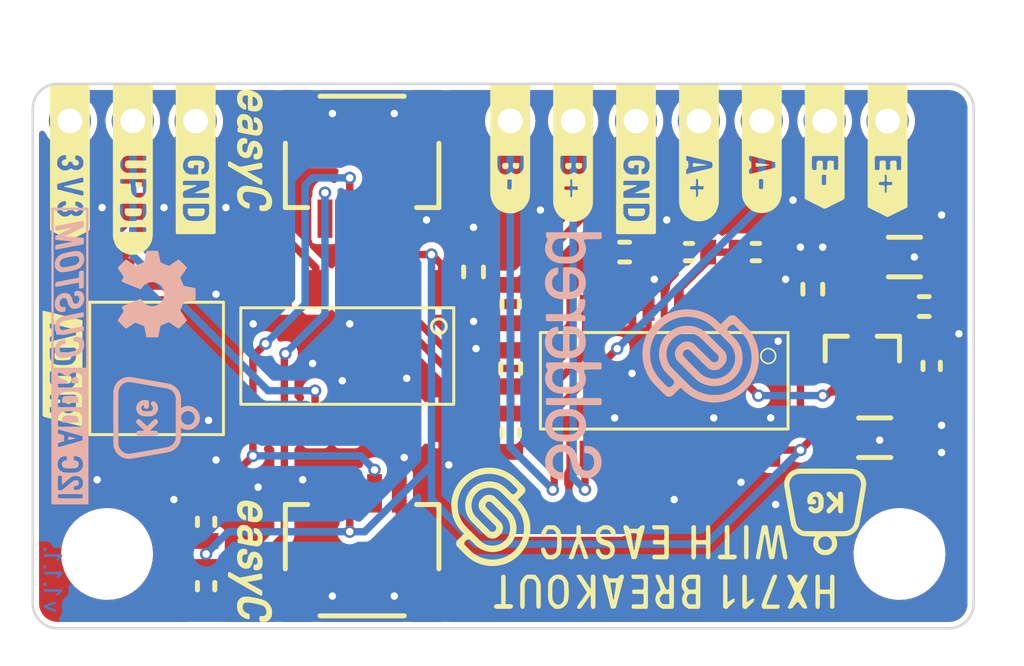
<source format=kicad_pcb>
(kicad_pcb (version 20210623) (generator pcbnew)
  (title_block (title "HX711 breakout easyC") (date "2021-06-30") (rev "V1.1.1.") (company "SOLDERED") (comment 1 "333006"))
  (layers (0 "F.Cu" signal) (31 "B.Cu" signal) (34 "B.Paste" user) (35 "F.Paste" user) (36 "B.SilkS" user "B.Silkscreen") (37 "F.SilkS" user "F.Silkscreen") (38 "B.Mask" user) (39 "F.Mask" user) (44 "Edge.Cuts" user))
  (net 0 "")
  (net 1 "Net-(C1-Pad2)")
  (net 2 "GND")
  (net 3 "Net-(C3-Pad2)")
  (net 4 "Net-(C4-Pad2)")
  (net 5 "Net-(C4-Pad1)")
  (net 6 "3V3")
  (net 7 "Net-(K1-Pad3)")
  (net 8 "Net-(K1-Pad2)")
  (net 9 "Net-(K2-Pad2)")
  (net 10 "Net-(K2-Pad1)")
  (net 11 "SDA")
  (net 12 "SCL")
  (net 13 "UPDI")
  (net 14 "ADD3")
  (net 15 "ADD2")
  (net 16 "ADD1")
  (net 17 "Net-(Q1-Pad1)")
  (net 18 "Net-(R3-Pad1)")
  (net 20 "DOUT")
  (net 21 "SCK")
  (net 26 "Net-(Q1-Pad3)")
  (footprint "e-radionica.com footprinti:SOIC-14" (layer "F.Cu") (at 92.7 139 -90)
    (fp_text reference "U2")
    (fp_text value "ATTINY404-SSNR")
    (pad "1" smd rect locked (at -2.7 -3.81 270) (size 1.55 0.6) (layers "F.Cu" "F.Paste" "F.Mask") (net 6 "3V3"))
    (pad "2" smd rect locked (at -2.7 -2.54 270) (size 1.55 0.6) (layers "F.Cu" "F.Paste" "F.Mask") (net 21 "SCK"))
    (pad "3" smd rect locked (at -2.7 -1.27 270) (size 1.55 0.6) (layers "F.Cu" "F.Paste" "F.Mask") (net 20 "DOUT"))
    (pad "4" smd rect locked (at -2.7 0 270) (size 1.55 0.6) (layers "F.Cu" "F.Paste" "F.Mask"))
    (pad "5" smd rect locked (at -2.7 1.27 270) (size 1.55 0.6) (layers "F.Cu" "F.Paste" "F.Mask") (net 14 "ADD3"))
    (pad "6" smd rect locked (at -2.7 2.54 270) (size 1.55 0.6) (layers "F.Cu" "F.Paste" "F.Mask") (net 15 "ADD2"))
    (pad "7" smd rect locked (at -2.7 3.81 270) (size 1.55 0.6) (layers "F.Cu" "F.Paste" "F.Mask") (net 16 "ADD1"))
    (pad "8" smd rect locked (at 2.7 3.81 270) (size 1.55 0.6) (layers "F.Cu" "F.Paste" "F.Mask") (net 11 "SDA"))
    (pad "9" smd rect locked (at 2.7 2.54 270) (size 1.55 0.6) (layers "F.Cu" "F.Paste" "F.Mask") (net 12 "SCL"))
    (pad "10" smd rect locked (at 2.7 1.27 270) (size 1.55 0.6) (layers "F.Cu" "F.Paste" "F.Mask") (net 13 "UPDI"))
    (pad "11" smd rect locked (at 2.7 0 270) (size 1.55 0.6) (layers "F.Cu" "F.Paste" "F.Mask"))
    (pad "12" smd rect locked (at 2.7 -1.27 270) (size 1.55 0.6) (layers "F.Cu" "F.Paste" "F.Mask"))
    (pad "13" smd rect locked (at 2.7 -2.54 270) (size 1.55 0.6) (layers "F.Cu" "F.Paste" "F.Mask"))
    (pad "14" smd rect locked (at 2.7 -3.81 270) (size 1.55 0.6) (layers "F.Cu" "F.Paste" "F.Mask") (net 2 "GND"))
  )
  (footprint "buzzardLabel" (layer "F.Cu") (at 84.04 127.6 -90)
    (fp_text reference "" (at 0 0 90) (layer "F.SilkS") (effects (font (size 1.27 1.27))))
    (fp_text value "" (at 0 0 90) (layer "F.SilkS") (effects (font (size 1.27 1.27))))
  )
  (footprint "buzzardLabel" (layer "F.Cu") (at 106.9 127.6 -90)
    (fp_text reference "" (at 0 0 90) (layer "F.SilkS") (effects (font (size 1.27 1.27))))
    (fp_text value "" (at 0 0 90) (layer "F.SilkS") (effects (font (size 1.27 1.27))))
  )
  (footprint "e-radionica.com footprinti:0603R" (layer "F.Cu") (at 99.3 136.9 90)
    (fp_text reference "R2")
    (fp_text value "100R")
    (pad "1" smd rect locked (at -0.775 0 180) (size 1 0.64) (layers "F.Cu" "F.Paste" "F.Mask") (net 5 "Net-(C4-Pad1)"))
    (pad "2" smd rect locked (at 0.775 0 180) (size 1 0.64) (layers "F.Cu" "F.Paste" "F.Mask") (net 8 "Net-(K1-Pad2)"))
  )
  (footprint "buzzardLabel" (layer "F.Cu") (at 109.44 127.6 -90)
    (fp_text reference "" (at 0 0 90) (layer "F.SilkS") (effects (font (size 1.27 1.27))))
    (fp_text value "" (at 0 0 90) (layer "F.SilkS") (effects (font (size 1.27 1.27))))
  )
  (footprint "Soldered Graphics:Logo-Back-OSH-3.5mm" (layer "F.Cu") (at 85 136.5 -90)
    (fp_text reference "G***" hide)
    (fp_text value "LOGO" hide)
  )
  (footprint "buzzardLabel" (layer "F.Cu") (at 101.82 127.6 -90)
    (fp_text reference "" (at 0 0 90) (layer "F.SilkS") (effects (font (size 1.27 1.27))))
    (fp_text value "" (at 0 0 90) (layer "F.SilkS") (effects (font (size 1.27 1.27))))
  )
  (footprint "Soldered Graphics:Logo-Back-SolderedVERTICAL-10mm" (layer "F.Cu") (at 105 139 -90)
    (fp_text reference "G***" hide)
    (fp_text value "LOGO" hide)
  )
  (footprint "e-radionica.com footprinti:1206C" (layer "F.Cu") (at 115.2 135 180)
    (fp_text reference "C2")
    (fp_text value "10uF")
    (pad "1" smd rect locked (at -1.525 0 270) (size 1.75 1) (layers "F.Cu" "F.Paste" "F.Mask") (net 2 "GND"))
    (pad "2" smd rect locked (at 1.525 0 270) (size 1.75 1) (layers "F.Cu" "F.Paste" "F.Mask") (net 1 "Net-(C1-Pad2)"))
  )
  (footprint "e-radionica.com footprinti:HOLE_3.2mm" (layer "F.Cu") (at 115 147 -90)
    (fp_text reference "H1" hide)
    (fp_text value "HOLE_3.2mm" hide)
    (pad "" np_thru_hole circle locked (at 0 0 270) (size 3.2 3.2) (drill 3.2) (layers F&B.Cu *.Mask))
  )
  (footprint "e-radionica.com footprinti:0603R" (layer "F.Cu") (at 87 148.3 90)
    (fp_text reference "R6")
    (fp_text value "10k")
    (pad "1" smd rect locked (at -0.775 0 180) (size 1 0.64) (layers "F.Cu" "F.Paste" "F.Mask") (net 12 "SCL"))
    (pad "2" smd rect locked (at 0.775 0 180) (size 1 0.64) (layers "F.Cu" "F.Paste" "F.Mask") (net 6 "3V3"))
  )
  (footprint "e-radionica.com footprinti:1206C" (layer "F.Cu") (at 114 142.3 180)
    (fp_text reference "C6")
    (fp_text value "10uF")
    (pad "1" smd rect locked (at -1.525 0 270) (size 1.75 1) (layers "F.Cu" "F.Paste" "F.Mask") (net 2 "GND"))
    (pad "2" smd rect locked (at 1.525 0 270) (size 1.75 1) (layers "F.Cu" "F.Paste" "F.Mask") (net 6 "3V3"))
  )
  (footprint "e-radionica.com footprinti:easyC-connector" (layer "F.Cu") (at 93.3 131.3)
    (fp_text reference "K5")
    (fp_text value "easyC-SMD")
    (pad "1" smd rect locked (at -1.5 2.15) (size 0.6 1.55) (layers "F.Cu" "F.Paste" "F.Mask") (net 12 "SCL"))
    (pad "2" smd rect locked (at -0.5 2.15) (size 0.6 1.55) (layers "F.Cu" "F.Paste" "F.Mask") (net 11 "SDA"))
    (pad "3" smd rect locked (at 0.5 2.15) (size 0.6 1.55) (layers "F.Cu" "F.Paste" "F.Mask") (net 6 "3V3"))
    (pad "4" smd rect locked (at 1.5 2.15) (size 0.6 1.55) (layers "F.Cu" "F.Paste" "F.Mask") (net 2 "GND"))
    (pad "5" smd rect locked (at 2.6 -2.15) (size 1.2 1.8) (layers "F.Cu" "F.Paste" "F.Mask") (net 2 "GND"))
    (pad "5" smd rect locked (at -2.6 -2.15) (size 1.2 1.8) (layers "F.Cu" "F.Paste" "F.Mask") (net 2 "GND"))
  )
  (footprint "buzzardLabel" (layer "F.Cu") (at 86.58 127.6 -90)
    (fp_text reference "" (at 0 0 90) (layer "F.SilkS") (effects (font (size 1.27 1.27))))
    (fp_text value "" (at 0 0 90) (layer "F.SilkS") (effects (font (size 1.27 1.27))))
  )
  (footprint "e-radionica.com footprinti:0603R" (layer "F.Cu") (at 87 145.7 -90)
    (fp_text reference "R5")
    (fp_text value "10k")
    (pad "1" smd rect locked (at -0.775 0) (size 1 0.64) (layers "F.Cu" "F.Paste" "F.Mask") (net 11 "SDA"))
    (pad "2" smd rect locked (at 0.775 0) (size 1 0.64) (layers "F.Cu" "F.Paste" "F.Mask") (net 6 "3V3"))
  )
  (footprint "e-radionica.com footprinti:SOT-23-3" (layer "F.Cu") (at 113.5 138.9 90)
    (fp_text reference "Q1")
    (fp_text value "MMBT4403")
    (pad "1" smd rect locked (at -1.2 -0.95 180) (size 0.6 1) (layers "F.Cu" "F.Paste" "F.Mask") (net 17 "Net-(Q1-Pad1)"))
    (pad "2" smd rect locked (at -1.2 0.95 180) (size 0.6 1) (layers "F.Cu" "F.Paste" "F.Mask") (net 6 "3V3"))
    (pad "3" smd rect locked (at 1.2 0 180) (size 0.6 1) (layers "F.Cu" "F.Paste" "F.Mask") (net 26 "Net-(Q1-Pad3)"))
  )
  (footprint "e-radionica.com footprinti:0603R" (layer "F.Cu") (at 109.2 134.8)
    (fp_text reference "R3")
    (fp_text value "20k")
    (pad "1" smd rect locked (at -0.775 0 90) (size 1 0.64) (layers "F.Cu" "F.Paste" "F.Mask") (net 18 "Net-(R3-Pad1)"))
    (pad "2" smd rect locked (at 0.775 0 90) (size 1 0.64) (layers "F.Cu" "F.Paste" "F.Mask") (net 26 "Net-(Q1-Pad3)"))
  )
  (footprint "e-radionica.com footprinti:0603C" (layer "F.Cu") (at 111.5 136.3 -90)
    (fp_text reference "C5")
    (fp_text value "100nF")
    (pad "1" smd rect locked (at -0.73 0 270) (size 0.66 1) (layers "F.Cu" "F.Paste" "F.Mask") (net 2 "GND"))
    (pad "2" smd rect locked (at 0.73 0 270) (size 0.66 1) (layers "F.Cu" "F.Paste" "F.Mask") (net 6 "3V3"))
  )
  (footprint "Soldered Graphics:Logo-Front-easyC-5mm" (layer "F.Cu") (at 88.8 147.3 -90)
    (fp_text reference "G***" hide)
    (fp_text value "LOGO" hide)
  )
  (footprint "e-radionica.com footprinti:0603C" (layer "F.Cu") (at 99.3 139.5 -90)
    (fp_text reference "C4")
    (fp_text value "100nF")
    (pad "1" smd rect locked (at -0.73 0 270) (size 0.66 1) (layers "F.Cu" "F.Paste" "F.Mask") (net 5 "Net-(C4-Pad1)"))
    (pad "2" smd rect locked (at 0.73 0 270) (size 0.66 1) (layers "F.Cu" "F.Paste" "F.Mask") (net 4 "Net-(C4-Pad2)"))
  )
  (footprint "e-radionica.com footprinti:HOLE_3.2mm" (layer "F.Cu") (at 83 147 -90)
    (fp_text reference "H2" hide)
    (fp_text value "HOLE_3.2mm" hide)
    (pad "" np_thru_hole circle locked (at 0 0 270) (size 3.2 3.2) (drill 3.2) (layers F&B.Cu *.Mask))
  )
  (footprint "buzzardLabel" (layer "F.Cu") (at 81.2 139.5 -90)
    (fp_text reference "" (at 0 0 90) (layer "F.SilkS") (effects (font (size 1.27 1.27))))
    (fp_text value "" (at 0 0 90) (layer "F.SilkS") (effects (font (size 1.27 1.27))))
  )
  (footprint "e-radionica.com footprinti:HEADER-UPDI" (layer "F.Cu") (at 84.04 129.5)
    (fp_text reference "K4")
    (fp_text value "HEADER-UPDI")
    (pad "1" thru_hole circle locked (at -2.54 0) (size 1.7 1.7) (drill 1) (layers *.Cu *.Mask) (net 6 "3V3"))
    (pad "2" thru_hole circle locked (at 0 0) (size 1.7 1.7) (drill 1) (layers *.Cu *.Mask) (net 13 "UPDI"))
    (pad "3" thru_hole circle locked (at 2.54 0) (size 1.7 1.7) (drill 1) (layers *.Cu *.Mask) (net 2 "GND"))
  )
  (footprint "e-radionica.com footprinti:DSHP03TS-S" (layer "F.Cu") (at 85 139.5 -90)
    (fp_text reference "K6")
    (fp_text value "DSHP03TS-S")
    (pad "1" smd rect locked (at -3.81 -1.27) (size 0.76 1.27) (layers "F.Cu" "F.Paste" "F.Mask") (net 16 "ADD1"))
    (pad "2" smd rect locked (at 3.81 -1.27) (size 0.76 1.27) (layers "F.Cu" "F.Paste" "F.Mask") (net 2 "GND"))
    (pad "3" smd rect locked (at -3.81 0) (size 0.76 1.27) (layers "F.Cu" "F.Paste" "F.Mask") (net 15 "ADD2"))
    (pad "4" smd rect locked (at 3.81 0) (size 0.76 1.27) (layers "F.Cu" "F.Paste" "F.Mask") (net 2 "GND"))
    (pad "5" smd rect locked (at -3.81 1.27) (size 0.76 1.27) (layers "F.Cu" "F.Paste" "F.Mask") (net 14 "ADD3"))
    (pad "6" smd rect locked (at 3.81 1.27) (size 0.76 1.27) (layers "F.Cu" "F.Paste" "F.Mask") (net 2 "GND"))
  )
  (footprint "e-radionica.com footprinti:0603C" (layer "F.Cu") (at 103.9 134.8 180)
    (fp_text reference "C3")
    (fp_text value "100nF")
    (pad "1" smd rect locked (at -0.73 0 180) (size 0.66 1) (layers "F.Cu" "F.Paste" "F.Mask") (net 2 "GND"))
    (pad "2" smd rect locked (at 0.73 0 180) (size 0.66 1) (layers "F.Cu" "F.Paste" "F.Mask") (net 3 "Net-(C3-Pad2)"))
  )
  (footprint "buzzardLabel" (layer "F.Cu") (at 114.52 127.6 -90)
    (fp_text reference "" (at 0 0 90) (layer "F.SilkS") (effects (font (size 1.27 1.27))))
    (fp_text value "" (at 0 0 90) (layer "F.SilkS") (effects (font (size 1.27 1.27))))
  )
  (footprint "buzzardLabel" (layer "F.Cu") (at 104.36 127.6 -90)
    (fp_text reference "" (at 0 0 90) (layer "F.SilkS") (effects (font (size 1.27 1.27))))
    (fp_text value "" (at 0 0 90) (layer "F.SilkS") (effects (font (size 1.27 1.27))))
  )
  (footprint "e-radionica.com footprinti:SOP-16" (layer "F.Cu") (at 105.5 140 -90)
    (fp_text reference "U1")
    (fp_text value "HX711")
    (pad "1" smd rect locked (at -2.95 -4.445 270) (size 1.05 0.48) (layers "F.Cu" "F.Paste" "F.Mask") (net 6 "3V3"))
    (pad "2" smd rect locked (at -2.95 -3.175 270) (size 1.05 0.48) (layers "F.Cu" "F.Paste" "F.Mask") (net 17 "Net-(Q1-Pad1)"))
    (pad "3" smd rect locked (at -2.95 -1.905 270) (size 1.05 0.48) (layers "F.Cu" "F.Paste" "F.Mask") (net 26 "Net-(Q1-Pad3)"))
    (pad "4" smd rect locked (at -2.95 -0.635 270) (size 1.05 0.48) (layers "F.Cu" "F.Paste" "F.Mask") (net 18 "Net-(R3-Pad1)"))
    (pad "5" smd rect locked (at -2.95 0.635 270) (size 1.05 0.48) (layers "F.Cu" "F.Paste" "F.Mask") (net 2 "GND"))
    (pad "6" smd rect locked (at -2.95 1.905 270) (size 1.05 0.48) (layers "F.Cu" "F.Paste" "F.Mask") (net 3 "Net-(C3-Pad2)"))
    (pad "7" smd rect locked (at -2.95 3.175 270) (size 1.05 0.48) (layers "F.Cu" "F.Paste" "F.Mask") (net 4 "Net-(C4-Pad2)"))
    (pad "8" smd rect locked (at -2.95 4.445 270) (size 1.05 0.48) (layers "F.Cu" "F.Paste" "F.Mask") (net 5 "Net-(C4-Pad1)"))
    (pad "9" smd rect locked (at 2.95 4.445 270) (size 1.05 0.48) (layers "F.Cu" "F.Paste" "F.Mask") (net 10 "Net-(K2-Pad1)"))
    (pad "10" smd rect locked (at 2.95 3.175 270) (size 1.05 0.48) (layers "F.Cu" "F.Paste" "F.Mask") (net 9 "Net-(K2-Pad2)"))
    (pad "11" smd rect locked (at 2.95 1.905 270) (size 1.05 0.48) (layers "F.Cu" "F.Paste" "F.Mask") (net 21 "SCK"))
    (pad "12" smd rect locked (at 2.95 0.635 270) (size 1.05 0.48) (layers "F.Cu" "F.Paste" "F.Mask") (net 20 "DOUT"))
    (pad "13" smd rect locked (at 2.95 -0.635 270) (size 1.05 0.48) (layers "F.Cu" "F.Paste" "F.Mask"))
    (pad "14" smd rect locked (at 2.95 -1.905 270) (size 1.05 0.48) (layers "F.Cu" "F.Paste" "F.Mask") (net 2 "GND"))
    (pad "15" smd rect locked (at 2.95 -3.175 270) (size 1.05 0.48) (layers "F.Cu" "F.Paste" "F.Mask") (net 2 "GND"))
    (pad "16" smd rect locked (at 2.95 -4.445 270) (size 1.05 0.48) (layers "F.Cu" "F.Paste" "F.Mask") (net 6 "3V3"))
  )
  (footprint "buzzardLabel" (layer "F.Cu") (at 105.5 146.5 180)
    (fp_text reference "" (at 0 0) (layer "F.SilkS") (effects (font (size 1.27 1.27))))
    (fp_text value "" (at 0 0) (layer "F.SilkS") (effects (font (size 1.27 1.27))))
  )
  (footprint "e-radionica.com footprinti:0603C" (layer "F.Cu") (at 116 137 180)
    (fp_text reference "C1")
    (fp_text value "100nF")
    (pad "1" smd rect locked (at -0.73 0 180) (size 0.66 1) (layers "F.Cu" "F.Paste" "F.Mask") (net 2 "GND"))
    (pad "2" smd rect locked (at 0.73 0 180) (size 0.66 1) (layers "F.Cu" "F.Paste" "F.Mask") (net 1 "Net-(C1-Pad2)"))
  )
  (footprint "e-radionica.com footprinti:FIDUCIAL_23" (layer "F.Cu") (at 84 139 -90)
    (fp_text reference "FD1")
    (fp_text value "FIDUCIAL")
    (fp_circle (center 0 0) (end 1 0) (layer "F.Cu") (width 0.2) (fill none))
    (pad "1" smd circle (at 0 0 270) (size 1 1) (layers "F.Cu" "F.Paste" "F.Mask") (clearance 1.1))
  )
  (footprint "e-radionica.com footprinti:0603C" (layer "F.Cu") (at 97.8 135.6 90)
    (fp_text reference "C7")
    (fp_text value "0.1uF")
    (pad "1" smd rect locked (at -0.73 0 90) (size 0.66 1) (layers "F.Cu" "F.Paste" "F.Mask") (net 6 "3V3"))
    (pad "2" smd rect locked (at 0.73 0 90) (size 0.66 1) (layers "F.Cu" "F.Paste" "F.Mask") (net 2 "GND"))
  )
  (footprint "Soldered Graphics:Logo-Front-easyC-5mm" (layer "F.Cu") (at 88.8 130.7 -90)
    (fp_text reference "G***" hide)
    (fp_text value "LOGO" hide)
  )
  (footprint "Soldered Graphics:Symbol-Front-Scale" (layer "F.Cu") (at 112 145.3 180)
    (fp_text reference "G***" hide)
    (fp_text value "LOGO" hide)
  )
  (footprint "buzzardLabel" (layer "F.Cu") (at 81.5 127.6 -90)
    (fp_text reference "" (at 0 0 90) (layer "F.SilkS") (effects (font (size 1.27 1.27))))
    (fp_text value "" (at 0 0 90) (layer "F.SilkS") (effects (font (size 1.27 1.27))))
  )
  (footprint "e-radionica.com footprinti:easyC-connector" (layer "F.Cu") (at 93.3 146.7 180)
    (fp_text reference "K3")
    (fp_text value "easyC-SMD")
    (pad "1" smd rect locked (at -1.5 2.15 180) (size 0.6 1.55) (layers "F.Cu" "F.Paste" "F.Mask") (net 12 "SCL"))
    (pad "2" smd rect locked (at -0.5 2.15 180) (size 0.6 1.55) (layers "F.Cu" "F.Paste" "F.Mask") (net 11 "SDA"))
    (pad "3" smd rect locked (at 0.5 2.15 180) (size 0.6 1.55) (layers "F.Cu" "F.Paste" "F.Mask") (net 6 "3V3"))
    (pad "4" smd rect locked (at 1.5 2.15 180) (size 0.6 1.55) (layers "F.Cu" "F.Paste" "F.Mask") (net 2 "GND"))
    (pad "5" smd rect locked (at -2.6 -2.15 180) (size 1.2 1.8) (layers "F.Cu" "F.Paste" "F.Mask") (net 2 "GND"))
    (pad "5" smd rect locked (at 2.6 -2.15 180) (size 1.2 1.8) (layers "F.Cu" "F.Paste" "F.Mask") (net 2 "GND"))
  )
  (footprint "Soldered Graphics:Logo-Front-Soldered-4mm" (layer "F.Cu") (at 98.5 145.5)
    (fp_text reference "G***" hide)
    (fp_text value "LOGO" hide)
  )
  (footprint "buzzardLabel" (layer "F.Cu") (at 99.28 127.6 -90)
    (fp_text reference "" (at 0 0 90) (layer "F.SilkS") (effects (font (size 1.27 1.27))))
    (fp_text value "" (at 0 0 90) (layer "F.SilkS") (effects (font (size 1.27 1.27))))
  )
  (footprint "e-radionica.com footprinti:0603R" (layer "F.Cu") (at 99.3 142.1 -90)
    (fp_text reference "R1")
    (fp_text value "100R")
    (pad "1" smd rect locked (at -0.775 0) (size 1 0.64) (layers "F.Cu" "F.Paste" "F.Mask") (net 4 "Net-(C4-Pad2)"))
    (pad "2" smd rect locked (at 0.775 0) (size 1 0.64) (layers "F.Cu" "F.Paste" "F.Mask") (net 7 "Net-(K1-Pad3)"))
  )
  (footprint "e-radionica.com footprinti:0603R" (layer "F.Cu") (at 116.3 139.4 90)
    (fp_text reference "R7")
    (fp_text value "10R")
    (pad "1" smd rect locked (at -0.775 0 180) (size 1 0.64) (layers "F.Cu" "F.Paste" "F.Mask") (net 26 "Net-(Q1-Pad3)"))
    (pad "2" smd rect locked (at 0.775 0 180) (size 1 0.64) (layers "F.Cu" "F.Paste" "F.Mask") (net 1 "Net-(C1-Pad2)"))
  )
  (footprint "buzzardLabel" (layer "F.Cu") (at 111.98 127.6 -90)
    (fp_text reference "" (at 0 0 90) (layer "F.SilkS") (effects (font (size 1.27 1.27))))
    (fp_text value "" (at 0 0 90) (layer "F.SilkS") (effects (font (size 1.27 1.27))))
  )
  (footprint "buzzardLabel" (layer "F.Cu") (at 105.5 148.5 180)
    (fp_text reference "" (at 0 0) (layer "F.SilkS") (effects (font (size 1.27 1.27))))
    (fp_text value "" (at 0 0) (layer "F.SilkS") (effects (font (size 1.27 1.27))))
  )
  (footprint "e-radionica.com footprinti:0603R" (layer "F.Cu") (at 106.5 134.8)
    (fp_text reference "R4")
    (fp_text value "8.2k")
    (pad "1" smd rect locked (at -0.775 0 90) (size 1 0.64) (layers "F.Cu" "F.Paste" "F.Mask") (net 2 "GND"))
    (pad "2" smd rect locked (at 0.775 0 90) (size 1 0.64) (layers "F.Cu" "F.Paste" "F.Mask") (net 18 "Net-(R3-Pad1)"))
  )
  (footprint "e-radionica.com footprinti:HEADER_MALE_5X1" (layer "B.Cu") (at 109.44 129.5)
    (fp_text reference "K1")
    (fp_text value "HEADER_MALE_5X1")
    (pad "1" thru_hole circle locked (at -5.08 0) (size 1.7 1.7) (drill 1) (layers *.Cu *.Mask) (net 2 "GND"))
    (pad "2" thru_hole circle locked (at -2.54 0) (size 1.7 1.7) (drill 1) (layers *.Cu *.Mask) (net 8 "Net-(K1-Pad2)"))
    (pad "3" thru_hole circle locked (at 0 0) (size 1.7 1.7) (drill 1) (layers *.Cu *.Mask) (net 7 "Net-(K1-Pad3)"))
    (pad "4" thru_hole circle locked (at 2.54 0) (size 1.7 1.7) (drill 1) (layers *.Cu *.Mask) (net 2 "GND"))
    (pad "5" thru_hole circle locked (at 5.08 0) (size 1.7 1.7) (drill 1) (layers *.Cu *.Mask) (net 1 "Net-(C1-Pad2)"))
  )
  (footprint "e-radionica.com footprinti:HEADER_MALE_2X1" (layer "B.Cu") (at 100.55 129.5)
    (fp_text reference "K2")
    (fp_text value "HEADER_MALE_2X1")
    (pad "1" thru_hole circle locked (at -1.27 0) (size 1.524 1.524) (drill 1) (layers *.Cu *.Mask) (net 10 "Net-(K2-Pad1)"))
    (pad "2" thru_hole circle locked (at 1.27 0) (size 1.524 1.524) (drill 1) (layers *.Cu *.Mask) (net 9 "Net-(K2-Pad2)"))
  )
  (footprint "Soldered Graphics:Symbol-Front_I2C_ADDR_CUSTOM" (layer "B.Cu") (at 81.5 139 90)
    (fp_text reference "REF**" hide)
    (fp_text value "Symbol-Front_I2C_ADDR_CUSTOM" hide)
  )
  (footprint "Soldered Graphics:Version1.1.1." (layer "B.Cu") (at 80.8 148 90)
    (fp_text reference "REF**" hide)
    (fp_text value "Version1.1.1." hide)
    (fp_poly (pts (xy 0.21 -0.35) (xy 0.26 -0.35) (xy 0.28 -0.31) (xy 0.28 0.35) (xy 0.24 0.38) (xy 0.19 0.38) (xy 0.15 0.34) (xy 0.04 0.22) (xy 0.02 0.17) (xy 0.05 0.16) (xy 0.14 0.22) (xy 0.18 0.23) (xy 0.18 -0.31) (xy 0.21 -0.35)) (layer "B.Cu") (width 0.01) (fill solid))
    (fp_poly (pts (xy 1.14 -0.38) (xy 1.19 -0.38) (xy 1.24 -0.37) (xy 1.25 -0.33) (xy 1.25 -0.27) (xy 1.2 -0.26) (xy 1.15 -0.26) (xy 1.12 -0.29) (xy 1.12 -0.34) (xy 1.14 -0.38)) (layer "B.Cu") (width 0.01) (fill solid))
    (fp_poly (pts (xy 0.91 -0.35) (xy 0.96 -0.35) (xy 0.98 -0.31) (xy 0.98 0.35) (xy 0.95 0.38) (xy 0.89 0.38) (xy 0.86 0.34) (xy 0.74 0.22) (xy 0.73 0.17) (xy 0.76 0.16) (xy 0.85 0.22) (xy 0.89 0.23) (xy 0.89 -0.31) (xy 0.91 -0.35)) (layer "B.Cu") (width 0.01) (fill solid))
    (fp_poly (pts (xy -0.5 -0.35) (xy -0.44 -0.35) (xy -0.43 -0.31) (xy -0.43 0.35) (xy -0.46 0.38) (xy -0.52 0.38) (xy -0.55 0.34) (xy -0.67 0.22) (xy -0.68 0.17) (xy -0.65 0.16) (xy -0.56 0.22) (xy -0.52 0.23) (xy -0.52 -0.31) (xy -0.5 -0.35)) (layer "B.Cu") (width 0.01) (fill solid))
    (fp_poly (pts (xy -1.15 -0.35) (xy -1.1 -0.35) (xy -1.07 -0.31) (xy -0.92 0.1) (xy -0.94 0.13) (xy -0.99 0.13) (xy -1.02 0.1) (xy -1.11 -0.16) (xy -1.13 -0.21) (xy -1.15 -0.17) (xy -1.24 0.09) (xy -1.26 0.13) (xy -1.32 0.13) (xy -1.34 0.1) (xy -1.18 -0.31) (xy -1.15 -0.35)) (layer "B.Cu") (width 0.01) (fill solid))
    (fp_poly (pts (xy -0.27 -0.38) (xy -0.22 -0.38) (xy -0.17 -0.37) (xy -0.16 -0.33) (xy -0.16 -0.27) (xy -0.21 -0.26) (xy -0.26 -0.26) (xy -0.29 -0.29) (xy -0.29 -0.34) (xy -0.27 -0.38)) (layer "B.Cu") (width 0.01) (fill solid))
    (fp_poly (pts (xy 0.43 -0.38) (xy 0.48 -0.38) (xy 0.54 -0.37) (xy 0.54 -0.33) (xy 0.54 -0.27) (xy 0.5 -0.26) (xy 0.45 -0.26) (xy 0.42 -0.29) (xy 0.42 -0.34) (xy 0.43 -0.38)) (layer "B.Cu") (width 0.01) (fill solid))
  )
  (footprint "Soldered Graphics:Symbol-Front-Scale" (layer "B.Cu") (at 85 141.5 90)
    (fp_text reference "G***" hide)
    (fp_text value "LOGO" hide)
  )
  (gr_arc (start 117 129) (end 118 129) (angle -90) (layer "Edge.Cuts") (width 0.1))
  (gr_line (start 118 149) (end 118 129) (layer "Edge.Cuts") (width 0.1))
  (gr_line (start 81 150) (end 117 150) (layer "Edge.Cuts") (width 0.1))
  (gr_line (start 80 129) (end 80 149) (layer "Edge.Cuts") (width 0.1))
  (gr_line (start 117 128) (end 81 128) (layer "Edge.Cuts") (width 0.1))
  (gr_arc (start 81 149) (end 80 149) (angle -90) (layer "Edge.Cuts") (width 0.1))
  (gr_arc (start 117 149) (end 117 150) (angle -90) (layer "Edge.Cuts") (width 0.1))
  (gr_arc (start 81 129) (end 80 129) (angle 90) (layer "Edge.Cuts") (width 0.1))
  (segment (start 115.27 137.77) (end 115.27 137) (width 0.3) (layer "F.Cu") (net 1))
  (segment (start 113.675 134.95) (end 113.675 135.675) (width 0.3) (layer "F.Cu") (net 1))
  (segment (start 115 137) (end 115.27 137) (width 0.3) (layer "F.Cu") (net 1))
  (segment (start 113.675 135.675) (end 115 137) (width 0.3) (layer "F.Cu") (net 1))
  (segment (start 114.52 129.5) (end 114.52 132.58) (width 0.3) (layer "F.Cu") (net 1))
  (segment (start 113.7 133.4) (end 113.7 134.925) (width 0.3) (layer "F.Cu") (net 1))
  (segment (start 116.19 138.69) (end 115.27 137.77) (width 0.3) (layer "F.Cu") (net 1))
  (segment (start 114.52 132.58) (end 113.7 133.4) (width 0.3) (layer "F.Cu") (net 1))
  (segment (start 113.7 134.925) (end 113.675 134.95) (width 0.3) (layer "F.Cu") (net 1))
  (segment (start 116.3 138.69) (end 116.19 138.69) (width 0.3) (layer "F.Cu") (net 1))
  (via (at 82.8 133) (size 0.5) (drill 0.3) (layers "F.Cu" "B.Cu") (net 2))
  (via (at 104.2 139.7) (size 0.5) (drill 0.3) (layers "F.Cu" "B.Cu") (net 2))
  (via (at 117.4 138.1) (size 0.5) (drill 0.3) (layers "F.Cu" "B.Cu") (net 2))
  (via (at 94.6 148.7) (size 0.5) (drill 0.3) (layers "F.Cu" "B.Cu") (net 2))
  (via (at 88.9 137.7) (size 0.5) (drill 0.3) (layers "F.Cu" "B.Cu") (net 2))
  (via (at 87.4 143.2) (size 0.5) (drill 0.3) (layers "F.Cu" "B.Cu") (net 2))
  (via (at 85.3 133) (size 0.5) (drill 0.3) (layers "F.Cu" "B.Cu") (net 2))
  (via (at 105.6 133.5) (size 0.5) (drill 0.3) (layers "F.Cu" "B.Cu") (net 2))
  (via (at 108.6 144.1) (size 0.5) (drill 0.3) (layers "F.Cu" "B.Cu") (net 2))
  (via (at 100.5 133.1) (size 0.5) (drill 0.3) (layers "F.Cu" "B.Cu") (net 2))
  (via (at 105.1 135.9) (size 0.5) (drill 0.3) (layers "F.Cu" "B.Cu") (net 2))
  (via (at 116.7 133.3) (size 0.5) (drill 0.3) (layers "F.Cu" "B.Cu") (net 2))
  (via (at 115.6 135) (size 0.5) (drill 0.3) (layers "F.Cu" "B.Cu") (net 2))
  (via (at 95 143.1) (size 0.5) (drill 0.3) (layers "F.Cu" "B.Cu") (net 2))
  (via (at 91.3 139.3) (size 0.5) (drill 0.3) (layers "F.Cu" "B.Cu") (net 2))
  (via (at 92.8 137.7) (size 0.5) (drill 0.3) (layers "F.Cu" "B.Cu") (net 2))
  (via (at 95.1 139.9) (size 0.5) (drill 0.3) (layers "F.Cu" "B.Cu") (net 2))
  (via (at 97.8 137.6) (size 0.5) (drill 0.3) (layers "F.Cu" "B.Cu") (net 2))
  (via (at 87.8 133) (size 0.5) (drill 0.3) (layers "F.Cu" "B.Cu") (net 2))
  (via (at 97.8 133.8) (size 0.5) (drill 0.3) (layers "F.Cu" "B.Cu") (net 2))
  (via (at 92.5 140) (size 0.5) (drill 0.3) (layers "F.Cu" "B.Cu") (net 2))
  (via (at 111.9 134.6) (size 0.5) (drill 0.3) (layers "F.Cu" "B.Cu") (net 2))
  (via (at 87.1 141.6) (size 0.5) (drill 0.3) (layers "F.Cu" "B.Cu") (net 2))
  (via (at 85.7 144.8) (size 0.5) (drill 0.3) (layers "F.Cu" "B.Cu") (net 2))
  (via (at 110.4 135.9) (size 0.5) (drill 0.3) (layers "F.Cu" "B.Cu") (net 2))
  (via (at 109.8 141.5) (size 0.5) (drill 0.3) (layers "F.Cu" "B.Cu") (net 2))
  (via (at 116.7 142.9) (size 0.5) (drill 0.3) (layers "F.Cu" "B.Cu") (net 2))
  (via (at 97.9 138.7) (size 0.5) (drill 0.3) (layers "F.Cu" "B.Cu") (net 2))
  (via (at 114.2 142.4) (size 0.5) (drill 0.3) (layers "F.Cu" "B.Cu") (net 2))
  (via (at 105.9 144.8) (size 0.5) (drill 0.3) (layers "F.Cu" "B.Cu") (net 2))
  (via (at 95.9 133.5) (size 0.5) (drill 0.3) (layers "F.Cu" "B.Cu") (net 2))
  (via (at 94.6 129.2) (size 0.5) (drill 0.3) (layers "F.Cu" "B.Cu") (net 2))
  (via (at 110.7 132.7) (size 0.5) (drill 0.3) (layers "F.Cu" "B.Cu") (net 2))
  (via (at 116.7 141.8) (size 0.5) (drill 0.3) (layers "F.Cu" "B.Cu") (net 2))
  (via (at 82.6 144) (size 0.5) (drill 0.3) (layers "F.Cu" "B.Cu") (net 2))
  (via (at 111 134.6) (size 0.5) (drill 0.3) (layers "F.Cu" "B.Cu") (net 2))
  (via (at 89.1 144.3) (size 0.5) (drill 0.3) (layers "F.Cu" "B.Cu") (net 2))
  (via (at 107.5 141.5) (size 0.5) (drill 0.3) (layers "F.Cu" "B.Cu") (net 2))
  (via (at 90.9 144) (size 0.5) (drill 0.3) (layers "F.Cu" "B.Cu") (net 2))
  (via (at 96.8 143.4) (size 0.5) (drill 0.3) (layers "F.Cu" "B.Cu") (net 2))
  (via (at 92.1 129.2) (size 0.5) (drill 0.3) (layers "F.Cu" "B.Cu") (net 2))
  (via (at 103.5 141.5) (size 0.5) (drill 0.3) (layers "F.Cu" "B.Cu") (net 2))
  (via (at 110.1 138.4) (size 0.5) (drill 0.3) (layers "F.Cu" "B.Cu") (net 2))
  (via (at 110 145) (size 0.5) (drill 0.3) (layers "F.Cu" "B.Cu") (net 2))
  (via (at 92.1 148.7) (size 0.5) (drill 0.3) (layers "F.Cu" "B.Cu") (net 2))
  (via (at 87.4 136.5) (size 0.5) (drill 0.3) (layers "F.Cu" "B.Cu") (net 2))
  (segment (start 103.595 137.05) (end 103.595 136.095) (width 0.3) (layer "F.Cu") (net 3))
  (segment (start 103.17 135.67) (end 103.17 134.8) (width 0.3) (layer "F.Cu") (net 3))
  (segment (start 103.595 136.095) (end 103.17 135.67) (width 0.3) (layer "F.Cu") (net 3))
  (segment (start 99.875 141.325) (end 99.3 141.325) (width 0.3) (layer "F.Cu") (net 4))
  (segment (start 102.325 137.05) (end 102.325 138.875) (width 0.3) (layer "F.Cu") (net 4))
  (segment (start 99.3 140.23) (end 99.3 141.325) (width 0.3) (layer "F.Cu") (net 4))
  (segment (start 102.325 138.875) (end 99.875 141.325) (width 0.3) (layer "F.Cu") (net 4))
  (segment (start 99.3 137.675) (end 100.43 137.675) (width 0.3) (layer "F.Cu") (net 5))
  (segment (start 99.3 137.675) (end 99.3 138.77) (width 0.3) (layer "F.Cu") (net 5))
  (segment (start 100.43 137.675) (end 101.055 137.05) (width 0.3) (layer "F.Cu") (net 5))
  (segment (start 93.8 133.45) (end 93.8 131.5) (width 0.3) (layer "F.Cu") (net 6))
  (segment (start 92.8 146.1) (end 92.8 144.55) (width 0.3) (layer "F.Cu") (net 6))
  (segment (start 114.45 140.325) (end 112.475 142.3) (width 0.25) (layer "F.Cu") (net 6))
  (segment (start 90.5 131) (end 93.3 131) (width 0.3) (layer "F.Cu") (net 6))
  (segment (start 96.1 134.9) (end 96.51 135.31) (width 0.3) (layer "F.Cu") (net 6))
  (segment (start 112.2 142.3) (end 112.475 142.3) (width 0.3) (layer "F.Cu") (net 6))
  (segment (start 111 141.1) (end 112.2 142.3) (width 0.3) (layer "F.Cu") (net 6))
  (segment (start 111 142.8) (end 110.095 142.8) (width 0.3) (layer "F.Cu") (net 6))
  (segment (start 111.9 142.3) (end 112.475 142.3) (width 0.3) (layer "F.Cu") (net 6))
  (segment (start 87 147) (end 87 146.475) (width 0.3) (layer "F.Cu") (net 6))
  (segment (start 93.8 133.45) (end 93.8 134.5) (width 0.3) (layer "F.Cu") (net 6))
  (segment (start 81.5 129.5) (end 81.5 131) (width 0.3) (layer "F.Cu") (net 6))
  (segment (start 89.5 132) (end 90.5 131) (width 0.3) (layer "F.Cu") (net 6))
  (segment (start 81.5 131) (end 82.5 132) (width 0.3) (layer "F.Cu") (net 6))
  (segment (start 94.2 134.9) (end 96.1 134.9) (width 0.3) (layer "F.Cu") (net 6))
  (segment (start 111.5 137.03) (end 111 137.53) (width 0.3) (layer "F.Cu") (net 6))
  (segment (start 109.945 137.05) (end 111.48 137.05) (width 0.3) (layer "F.Cu") (net 6))
  (segment (start 87 147.525) (end 87 147) (width 0.3) (layer "F.Cu") (net 6))
  (segment (start 93.3 131) (end 93.8 131.5) (width 0.3) (layer "F.Cu") (net 6))
  (segment (start 110.095 142.8) (end 109.945 142.95) (width 0.3) (layer "F.Cu") (net 6))
  (segment (start 96.51 135.31) (end 96.51 136.3) (width 0.3) (layer "F.Cu") (net 6))
  (segment (start 111.5 142.3) (end 111 142.8) (width 0.3) (layer "F.Cu") (net 6))
  (segment (start 111.48 137.05) (end 111.5 137.03) (width 0.3) (layer "F.Cu") (net 6))
  (segment (start 82.5 132) (end 89.5 132) (width 0.3) (layer "F.Cu") (net 6))
  (segment (start 93.8 134.5) (end 94.2 134.9) (width 0.3) (layer "F.Cu") (net 6))
  (segment (start 114.45 140.1) (end 114.45 140.325) (width 0.25) (layer "F.Cu") (net 6))
  (segment (start 111.9 142.3) (end 111.5 142.3) (width 0.3) (layer "F.Cu") (net 6))
  (segment (start 96.54 136.33) (end 96.51 136.3) (width 0.3) (layer "F.Cu") (net 6))
  (segment (start 111 137.53) (end 111 141.1) (width 0.3) (layer "F.Cu") (net 6))
  (segment (start 97.8 136.33) (end 96.54 136.33) (width 0.3) (layer "F.Cu") (net 6))
  (via (at 92.8 146.1) (size 0.5) (drill 0.3) (layers "F.Cu" "B.Cu") (net 6))
  (via (at 87 147) (size 0.5) (drill 0.3) (layers "F.Cu" "B.Cu") (net 6))
  (via (at 96.1 134.9) (size 0.5) (drill 0.3) (layers "F.Cu" "B.Cu") (net 6))
  (via (at 111 142.8) (size 0.5) (drill 0.3) (layers "F.Cu" "B.Cu") (net 6))
  (segment (start 96.1 144.8) (end 97.9 146.6) (width 0.3) (layer "B.Cu") (net 6))
  (segment (start 96.1 143.4) (end 96.1 144.8) (width 0.3) (layer "B.Cu") (net 6))
  (segment (start 93.4 146.1) (end 92.8 146.1) (width 0.3) (layer "B.Cu") (net 6))
  (segment (start 96.1 143.4) (end 93.4 146.1) (width 0.3) (layer "B.Cu") (net 6))
  (segment (start 107.2 146.6) (end 111 142.8) (width 0.3) (layer "B.Cu") (net 6))
  (segment (start 96.1 134.9) (end 96.1 143.4) (width 0.3) (layer "B.Cu") (net 6))
  (segment (start 99.7 146.6) (end 107.2 146.6) (width 0.3) (layer "B.Cu") (net 6))
  (segment (start 92.8 146.1) (end 87.9 146.1) (width 0.3) (layer "B.Cu") (net 6))
  (segment (start 97.9 146.6) (end 99.7 146.6) (width 0.3) (layer "B.Cu") (net 6))
  (segment (start 87.9 146.1) (end 87 147) (width 0.3) (layer "B.Cu") (net 6))
  (segment (start 100.9 141.4) (end 103.6 138.7) (width 0.3) (layer "F.Cu") (net 7))
  (segment (start 99.3 142.875) (end 99.425 142.875) (width 0.3) (layer "F.Cu") (net 7))
  (segment (start 99.425 142.875) (end 100.9 141.4) (width 0.3) (layer "F.Cu") (net 7))
  (via (at 103.6 138.7) (size 0.5) (drill 0.3) (layers "F.Cu" "B.Cu") (net 7))
  (segment (start 103.6 138.7) (end 109.44 132.86) (width 0.3) (layer "B.Cu") (net 7))
  (segment (start 109.44 132.86) (end 109.44 129.5) (width 0.3) (layer "B.Cu") (net 7))
  (segment (start 106.9 130.3) (end 106.9 129.5) (width 0.3) (layer "F.Cu") (net 8))
  (segment (start 103.6 132) (end 105.2 132) (width 0.3) (layer "F.Cu") (net 8))
  (segment (start 105.2 132) (end 106.9 130.3) (width 0.3) (layer "F.Cu") (net 8))
  (segment (start 99.475 136.125) (end 103.6 132) (width 0.3) (layer "F.Cu") (net 8))
  (segment (start 99.3 136.125) (end 99.475 136.125) (width 0.3) (layer "F.Cu") (net 8))
  (segment (start 102.3 142.975) (end 102.325 142.95) (width 0.3) (layer "F.Cu") (net 9))
  (segment (start 102.3 144.4) (end 102.3 142.975) (width 0.3) (layer "F.Cu") (net 9))
  (via (at 102.3 144.4) (size 0.5) (drill 0.3) (layers "F.Cu" "B.Cu") (net 9))
  (segment (start 101.82 129.5) (end 101.82 143.92) (width 0.3) (layer "B.Cu") (net 9))
  (segment (start 101.82 143.92) (end 102.3 144.4) (width 0.3) (layer "B.Cu") (net 9))
  (segment (start 101 144.4) (end 101.055 144.345) (width 0.3) (layer "F.Cu") (net 10))
  (segment (start 101.055 144.345) (end 101.055 142.95) (width 0.3) (layer "F.Cu") (net 10))
  (via (at 101 144.4) (size 0.5) (drill 0.3) (layers "F.Cu" "B.Cu") (net 10))
  (segment (start 99.28 142.68) (end 99.28 129.5) (width 0.3) (layer "B.Cu") (net 10))
  (segment (start 101 144.4) (end 99.28 142.68) (width 0.3) (layer "B.Cu") (net 10))
  (segment (start 88.89 141.7) (end 88.89 139.01) (width 0.3) (layer "F.Cu") (net 11))
  (segment (start 88.89 139.01) (end 89.4 138.5) (width 0.3) (layer "F.Cu") (net 11))
  (segment (start 92.8 131.8) (end 92.8 133.45) (width 0.3) (layer "F.Cu") (net 11))
  (segment (start 88.89 141.7) (end 88.89 143.035) (width 0.3) (layer "F.Cu") (net 11))
  (segment (start 93.8 143.6) (end 93.8 144.55) (width 0.3) (layer "F.Cu") (net 11))
  (segment (start 88.89 143.035) (end 87 144.925) (width 0.3) (layer "F.Cu") (net 11))
  (via (at 88.89 143.035) (size 0.5) (drill 0.3) (layers "F.Cu" "B.Cu") (net 11))
  (via (at 92.8 131.8) (size 0.5) (drill 0.3) (layers "F.Cu" "B.Cu") (net 11))
  (via (at 89.4 138.5) (size 0.5) (drill 0.3) (layers "F.Cu" "B.Cu") (net 11))
  (via (at 93.8 143.6) (size 0.5) (drill 0.3) (layers "F.Cu" "B.Cu") (net 11))
  (segment (start 92.8 131.8) (end 91.3 131.8) (width 0.3) (layer "B.Cu") (net 11))
  (segment (start 91 132.1) (end 91 136.9) (width 0.3) (layer "B.Cu") (net 11))
  (segment (start 91.3 131.8) (end 91 132.1) (width 0.3) (layer "B.Cu") (net 11))
  (segment (start 93.235 143.035) (end 88.89 143.035) (width 0.3) (layer "B.Cu") (net 11))
  (segment (start 91 136.9) (end 89.4 138.5) (width 0.3) (layer "B.Cu") (net 11))
  (segment (start 93.8 143.6) (end 93.235 143.035) (width 0.3) (layer "B.Cu") (net 11))
  (segment (start 94.8 144.55) (end 94.8 146) (width 0.3) (layer "F.Cu") (net 12))
  (segment (start 90.16 138.94) (end 90.16 141.7) (width 0.3) (layer "F.Cu") (net 12))
  (segment (start 90.16 146.24) (end 89.7 146.7) (width 0.3) (layer "F.Cu") (net 12))
  (segment (start 87 149.075) (end 87.325 149.075) (width 0.3) (layer "F.Cu") (net 12))
  (segment (start 90.16 141.7) (end 90.16 146.24) (width 0.3) (layer "F.Cu") (net 12))
  (segment (start 90.2 138.9) (end 90.16 138.94) (width 0.3) (layer "F.Cu") (net 12))
  (segment (start 89.35 147.05) (end 87.325 149.075) (width 0.3) (layer "F.Cu") (net 12))
  (segment (start 89.4 147.1) (end 89.35 147.05) (width 0.3) (layer "F.Cu") (net 12))
  (segment (start 91.8 133.45) (end 91.8 132.4) (width 0.3) (layer "F.Cu") (net 12))
  (segment (start 94.8 146) (end 93.7 147.1) (width 0.3) (layer "F.Cu") (net 12))
  (segment (start 93.7 147.1) (end 89.4 147.1) (width 0.3) (layer "F.Cu") (net 12))
  (segment (start 89.7 146.7) (end 89.35 147.05) (width 0.3) (layer "F.Cu") (net 12))
  (via (at 90.2 138.9) (size 0.5) (drill 0.3) (layers "F.Cu" "B.Cu") (net 12))
  (via (at 91.8 132.4) (size 0.5) (drill 0.3) (layers "F.Cu" "B.Cu") (net 12))
  (segment (start 91.8 137.3) (end 90.2 138.9) (width 0.3) (layer "B.Cu") (net 12))
  (segment (start 91.8 132.4) (end 91.8 137.3) (width 0.3) (layer "B.Cu") (net 12))
  (segment (start 91.4 141.67) (end 91.43 141.7) (width 0.3) (layer "F.Cu") (net 13))
  (segment (start 91.4 140.4) (end 91.4 141.67) (width 0.3) (layer "F.Cu") (net 13))
  (via (at 91.4 140.4) (size 0.5) (drill 0.3) (layers "F.Cu" "B.Cu") (net 13))
  (segment (start 84.04 134.94) (end 89 139.9) (width 0.3) (layer "B.Cu") (net 13))
  (segment (start 89.5 140.4) (end 91.4 140.4) (width 0.3) (layer "B.Cu") (net 13))
  (segment (start 89 139.9) (end 89.5 140.4) (width 0.3) (layer "B.Cu") (net 13))
  (segment (start 84.04 129.5) (end 84.04 134.94) (width 0.3) (layer "B.Cu") (net 13))
  (segment (start 89.9 133.9) (end 91.43 135.43) (width 0.3) (layer "F.Cu") (net 14))
  (segment (start 84.3 133.9) (end 89.9 133.9) (width 0.3) (layer "F.Cu") (net 14))
  (segment (start 83.73 135.69) (end 83.73 134.47) (width 0.3) (layer "F.Cu") (net 14))
  (segment (start 91.43 135.43) (end 91.43 136.3) (width 0.3) (layer "F.Cu") (net 14))
  (segment (start 83.73 134.47) (end 84.3 133.9) (width 0.3) (layer "F.Cu") (net 14))
  (segment (start 85 135.69) (end 85 134.9) (width 0.3) (layer "F.Cu") (net 15))
  (segment (start 85 134.9) (end 85.5 134.4) (width 0.3) (layer "F.Cu") (net 15))
  (segment (start 89.1 134.4) (end 90.16 135.46) (width 0.3) (layer "F.Cu") (net 15))
  (segment (start 90.16 135.46) (end 90.16 136.3) (width 0.3) (layer "F.Cu") (net 15))
  (segment (start 85.5 134.4) (end 89.1 134.4) (width 0.3) (layer "F.Cu") (net 15))
  (segment (start 86.27 135.69) (end 88.28 135.69) (width 0.3) (layer "F.Cu") (net 16))
  (segment (start 88.28 135.69) (end 88.89 136.3) (width 0.3) (layer "F.Cu") (net 16))
  (segment (start 108.675 139.975) (end 108.675 137.05) (width 0.3) (layer "F.Cu") (net 17))
  (segment (start 109.3 140.6) (end 108.675 139.975) (width 0.3) (layer "F.Cu") (net 17))
  (segment (start 112.05 140.6) (end 112.55 140.1) (width 0.3) (layer "F.Cu") (net 17))
  (segment (start 111.9 140.6) (end 112.05 140.6) (width 0.3) (layer "F.Cu") (net 17))
  (via (at 111.9 140.6) (size 0.5) (drill 0.3) (layers "F.Cu" "B.Cu") (net 17))
  (via (at 109.3 140.6) (size 0.5) (drill 0.3) (layers "F.Cu" "B.Cu") (net 17))
  (segment (start 109.3 140.6) (end 111.9 140.6) (width 0.3) (layer "B.Cu") (net 17))
  (segment (start 106.135 136.265) (end 107.275 135.125) (width 0.3) (layer "F.Cu") (net 18))
  (segment (start 108.425 134.8) (end 107.275 134.8) (width 0.3) (layer "F.Cu") (net 18))
  (segment (start 107.275 135.125) (end 107.275 134.8) (width 0.3) (layer "F.Cu") (net 18))
  (segment (start 106.135 137.05) (end 106.135 136.265) (width 0.3) (layer "F.Cu") (net 18))
  (segment (start 97.89998 144.29998) (end 99.5 145.9) (width 0.3) (layer "F.Cu") (net 20))
  (segment (start 94.73998 137.53998) (end 94.73998 137.547116) (width 0.3) (layer "F.Cu") (net 20))
  (segment (start 99.5 145.9) (end 103.7 145.9) (width 0.3) (layer "F.Cu") (net 20))
  (segment (start 93.97 136.3) (end 93.97 136.77) (width 0.3) (layer "F.Cu") (net 20))
  (segment (start 94.73998 137.547116) (end 97.89998 140.707116) (width 0.3) (layer "F.Cu") (net 20))
  (segment (start 104.865 144.735) (end 104.865 142.95) (width 0.3) (layer "F.Cu") (net 20))
  (segment (start 103.7 145.9) (end 104.865 144.735) (width 0.3) (layer "F.Cu") (net 20))
  (segment (start 93.97 136.77) (end 94.73998 137.53998) (width 0.3) (layer "F.Cu") (net 20))
  (segment (start 97.89998 140.707116) (end 97.89998 144.29998) (width 0.3) (layer "F.Cu") (net 20))
  (segment (start 95.24 136.3) (end 95.24 137.29) (width 0.3) (layer "F.Cu") (net 21))
  (segment (start 103.6 142.955) (end 103.595 142.95) (width 0.3) (layer "F.Cu") (net 21))
  (segment (start 98.4 140.45) (end 98.4 144.092864) (width 0.3) (layer "F.Cu") (net 21))
  (segment (start 98.4 144.092864) (end 99.607136 145.3) (width 0.3) (layer "F.Cu") (net 21))
  (segment (start 103.6 144.6) (end 103.6 142.955) (width 0.3) (layer "F.Cu") (net 21))
  (segment (start 95.24 137.29) (end 98.4 140.45) (width 0.3) (layer "F.Cu") (net 21))
  (segment (start 102.9 145.3) (end 103.6 144.6) (width 0.3) (layer "F.Cu") (net 21))
  (segment (start 99.607136 145.3) (end 102.9 145.3) (width 0.3) (layer "F.Cu") (net 21))
  (segment (start 113.9 137.7) (end 115.3 139.1) (width 0.3) (layer "F.Cu") (net 26))
  (segment (start 107.405 136.295) (end 107.9 135.8) (width 0.3) (layer "F.Cu") (net 26))
  (segment (start 107.9 135.8) (end 109.3 135.8) (width 0.3) (layer "F.Cu") (net 26))
  (segment (start 115.85 140.15) (end 116.3 140.15) (width 0.3) (layer "F.Cu") (net 26))
  (segment (start 112.6 134.1) (end 112.6 136.8) (width 0.3) (layer "F.Cu") (net 26))
  (segment (start 109.3 135.8) (end 109.975 135.125) (width 0.3) (layer "F.Cu") (net 26))
  (segment (start 110.4 133.7) (end 112.2 133.7) (width 0.3) (layer "F.Cu") (net 26))
  (segment (start 115.3 139.8) (end 115.675 140.175) (width 0.3) (layer "F.Cu") (net 26))
  (segment (start 112.6 136.8) (end 113.5 137.7) (width 0.3) (layer "F.Cu") (net 26))
  (segment (start 109.975 134.8) (end 109.975 134.125) (width 0.3) (layer "F.Cu") (net 26))
  (segment (start 109.975 135.125) (end 109.975 134.8) (width 0.3) (layer "F.Cu") (net 26))
  (segment (start 115.675 140.175) (end 116.3 140.175) (width 0.3) (layer "F.Cu") (net 26))
  (segment (start 113.5 137.7) (end 113.9 137.7) (width 0.3) (layer "F.Cu") (net 26))
  (segment (start 115.3 139.1) (end 115.3 139.8) (width 0.3) (layer "F.Cu") (net 26))
  (segment (start 109.975 134.125) (end 110.4 133.7) (width 0.3) (layer "F.Cu") (net 26))
  (segment (start 112.2 133.7) (end 112.6 134.1) (width 0.3) (layer "F.Cu") (net 26))
  (segment (start 107.405 137.05) (end 107.405 136.295) (width 0.3) (layer "F.Cu") (net 26))
  (zone (net 2) (net_name "GND") (layers F&B.Cu) (connect_pads (clearance 0.254)) (min_thickness 0.254) (fill yes (thermal_gap 0.254) (thermal_bridge_width 0.254))
    (polygon (pts (xy 80 150) (xy 80 128) (xy 118 128) (xy 118 150)))
  )
)
</source>
